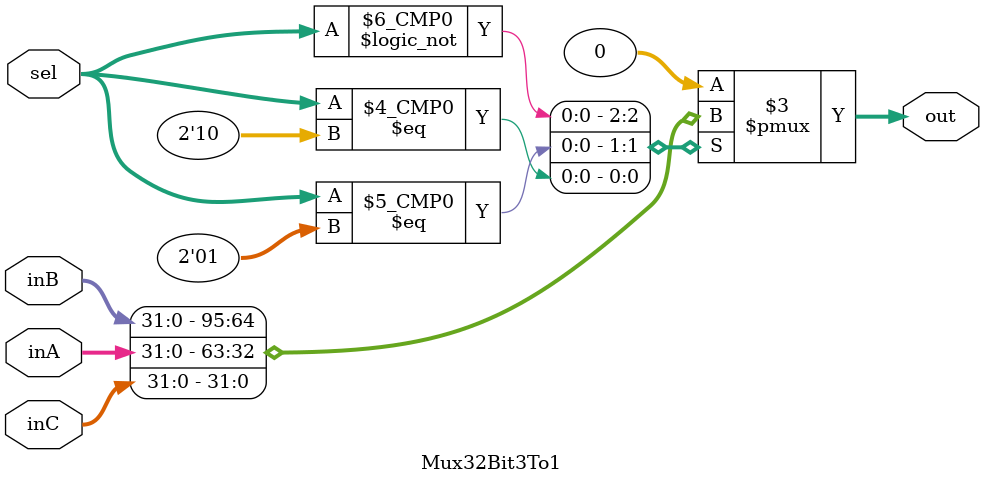
<source format=v>
module Mux32Bit3To1(out, inA, inB, inC, sel);

    output reg [31:0] out;
    
    input [31:0] inA;
    input [31:0] inB;
    input [31:0] inC; 
    input [1:0] sel;

   always @(*) begin
    case (sel)
        2'b00: out = inB;  // Select inA
        2'b01: out = inA;  // Select inB
        2'b10: out = inC;  // Select inC
        default: out = 32'b0; // Default case
    endcase
    end

endmodule

</source>
